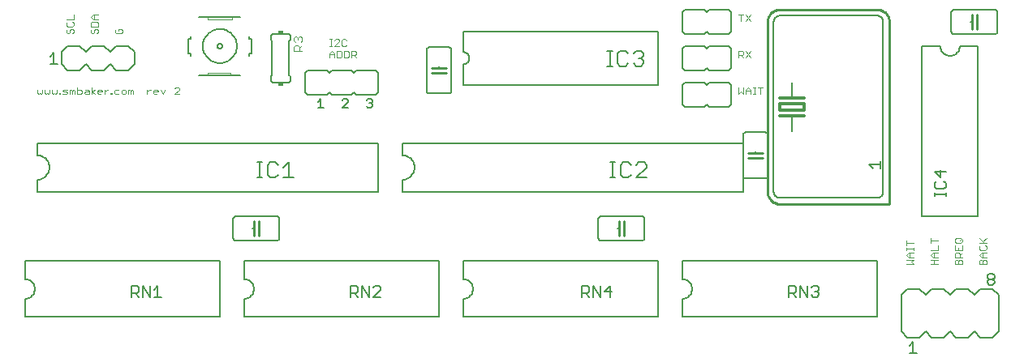
<source format=gto>
G75*
%MOIN*%
%OFA0B0*%
%FSLAX24Y24*%
%IPPOS*%
%LPD*%
%AMOC8*
5,1,8,0,0,1.08239X$1,22.5*
%
%ADD10C,0.0030*%
%ADD11C,0.0060*%
%ADD12C,0.0070*%
%ADD13C,0.0050*%
%ADD14C,0.0020*%
%ADD15C,0.0040*%
%ADD16R,0.0200X0.0150*%
%ADD17C,0.0100*%
%ADD18C,0.0120*%
D10*
X000743Y012195D02*
X000792Y012243D01*
X000840Y012195D01*
X000888Y012243D01*
X000888Y012388D01*
X000990Y012388D02*
X000990Y012243D01*
X001038Y012195D01*
X001086Y012243D01*
X001135Y012195D01*
X001183Y012243D01*
X001183Y012388D01*
X001284Y012388D02*
X001284Y012243D01*
X001333Y012195D01*
X001381Y012243D01*
X001429Y012195D01*
X001478Y012243D01*
X001478Y012388D01*
X001579Y012243D02*
X001627Y012243D01*
X001627Y012195D01*
X001579Y012195D01*
X001579Y012243D01*
X001726Y012195D02*
X001871Y012195D01*
X001920Y012243D01*
X001871Y012292D01*
X001775Y012292D01*
X001726Y012340D01*
X001775Y012388D01*
X001920Y012388D01*
X002021Y012388D02*
X002069Y012388D01*
X002118Y012340D01*
X002166Y012388D01*
X002214Y012340D01*
X002214Y012195D01*
X002118Y012195D02*
X002118Y012340D01*
X002021Y012388D02*
X002021Y012195D01*
X002316Y012195D02*
X002461Y012195D01*
X002509Y012243D01*
X002509Y012340D01*
X002461Y012388D01*
X002316Y012388D01*
X002316Y012485D02*
X002316Y012195D01*
X002610Y012243D02*
X002659Y012292D01*
X002804Y012292D01*
X002804Y012340D02*
X002804Y012195D01*
X002659Y012195D01*
X002610Y012243D01*
X002659Y012388D02*
X002755Y012388D01*
X002804Y012340D01*
X002905Y012292D02*
X003050Y012195D01*
X003150Y012243D02*
X003150Y012340D01*
X003199Y012388D01*
X003296Y012388D01*
X003344Y012340D01*
X003344Y012292D01*
X003150Y012292D01*
X003150Y012243D02*
X003199Y012195D01*
X003296Y012195D01*
X003445Y012195D02*
X003445Y012388D01*
X003445Y012292D02*
X003542Y012388D01*
X003590Y012388D01*
X003691Y012243D02*
X003739Y012243D01*
X003739Y012195D01*
X003691Y012195D01*
X003691Y012243D01*
X003838Y012243D02*
X003886Y012195D01*
X004031Y012195D01*
X004133Y012243D02*
X004133Y012340D01*
X004181Y012388D01*
X004278Y012388D01*
X004326Y012340D01*
X004326Y012243D01*
X004278Y012195D01*
X004181Y012195D01*
X004133Y012243D01*
X004031Y012388D02*
X003886Y012388D01*
X003838Y012340D01*
X003838Y012243D01*
X004427Y012195D02*
X004427Y012388D01*
X004476Y012388D01*
X004524Y012340D01*
X004572Y012388D01*
X004621Y012340D01*
X004621Y012195D01*
X004524Y012195D02*
X004524Y012340D01*
X005195Y012292D02*
X005292Y012388D01*
X005340Y012388D01*
X005441Y012340D02*
X005489Y012388D01*
X005586Y012388D01*
X005634Y012340D01*
X005634Y012292D01*
X005441Y012292D01*
X005441Y012340D02*
X005441Y012243D01*
X005489Y012195D01*
X005586Y012195D01*
X005735Y012388D02*
X005832Y012195D01*
X005929Y012388D01*
X006324Y012437D02*
X006373Y012485D01*
X006470Y012485D01*
X006518Y012437D01*
X006518Y012388D01*
X006324Y012195D01*
X006518Y012195D01*
X005195Y012195D02*
X005195Y012388D01*
X003050Y012388D02*
X002905Y012292D01*
X002905Y012195D02*
X002905Y012485D01*
X000743Y012195D02*
X000695Y012243D01*
X000695Y012388D01*
X001923Y014695D02*
X001972Y014695D01*
X002020Y014743D01*
X002020Y014840D01*
X002068Y014888D01*
X002117Y014888D01*
X002165Y014840D01*
X002165Y014743D01*
X002117Y014695D01*
X001923Y014695D02*
X001875Y014743D01*
X001875Y014840D01*
X001923Y014888D01*
X001923Y014990D02*
X002117Y014990D01*
X002165Y015038D01*
X002165Y015135D01*
X002117Y015183D01*
X002165Y015284D02*
X001875Y015284D01*
X001923Y015183D02*
X001875Y015135D01*
X001875Y015038D01*
X001923Y014990D01*
X002165Y015284D02*
X002165Y015478D01*
X002875Y015381D02*
X002972Y015284D01*
X003165Y015284D01*
X003117Y015183D02*
X002923Y015183D01*
X002875Y015135D01*
X002875Y014990D01*
X003165Y014990D01*
X003165Y015135D01*
X003117Y015183D01*
X003020Y015284D02*
X003020Y015478D01*
X002972Y015478D02*
X003165Y015478D01*
X002972Y015478D02*
X002875Y015381D01*
X002923Y014888D02*
X002875Y014840D01*
X002875Y014743D01*
X002923Y014695D01*
X002972Y014695D01*
X003020Y014743D01*
X003020Y014840D01*
X003068Y014888D01*
X003117Y014888D01*
X003165Y014840D01*
X003165Y014743D01*
X003117Y014695D01*
X003875Y014743D02*
X003923Y014695D01*
X004117Y014695D01*
X004165Y014743D01*
X004165Y014840D01*
X004117Y014888D01*
X004020Y014888D01*
X004020Y014792D01*
X003923Y014888D02*
X003875Y014840D01*
X003875Y014743D01*
X012695Y014465D02*
X012792Y014465D01*
X012743Y014465D02*
X012743Y014175D01*
X012695Y014175D02*
X012792Y014175D01*
X012891Y014175D02*
X013085Y014368D01*
X013085Y014417D01*
X013037Y014465D01*
X012940Y014465D01*
X012891Y014417D01*
X013186Y014417D02*
X013186Y014223D01*
X013234Y014175D01*
X013331Y014175D01*
X013380Y014223D01*
X013429Y013985D02*
X013284Y013985D01*
X013284Y013695D01*
X013429Y013695D01*
X013478Y013743D01*
X013478Y013937D01*
X013429Y013985D01*
X013579Y013985D02*
X013724Y013985D01*
X013772Y013937D01*
X013772Y013840D01*
X013724Y013792D01*
X013579Y013792D01*
X013676Y013792D02*
X013772Y013695D01*
X013579Y013695D02*
X013579Y013985D01*
X013183Y013937D02*
X013183Y013743D01*
X013135Y013695D01*
X012990Y013695D01*
X012990Y013985D01*
X013135Y013985D01*
X013183Y013937D01*
X013085Y014175D02*
X012891Y014175D01*
X012792Y013985D02*
X012888Y013888D01*
X012888Y013695D01*
X012888Y013840D02*
X012695Y013840D01*
X012695Y013888D02*
X012792Y013985D01*
X012695Y013888D02*
X012695Y013695D01*
X013186Y014417D02*
X013234Y014465D01*
X013331Y014465D01*
X013380Y014417D01*
X029495Y013985D02*
X029495Y013695D01*
X029495Y013792D02*
X029640Y013792D01*
X029688Y013840D01*
X029688Y013937D01*
X029640Y013985D01*
X029495Y013985D01*
X029592Y013792D02*
X029688Y013695D01*
X029790Y013695D02*
X029983Y013985D01*
X029790Y013985D02*
X029983Y013695D01*
X029886Y012485D02*
X029983Y012388D01*
X029983Y012195D01*
X030084Y012195D02*
X030181Y012195D01*
X030133Y012195D02*
X030133Y012485D01*
X030181Y012485D02*
X030084Y012485D01*
X029983Y012340D02*
X029790Y012340D01*
X029790Y012388D02*
X029886Y012485D01*
X029790Y012388D02*
X029790Y012195D01*
X029688Y012195D02*
X029688Y012485D01*
X029495Y012485D02*
X029495Y012195D01*
X029592Y012292D01*
X029688Y012195D01*
X030281Y012485D02*
X030474Y012485D01*
X030377Y012485D02*
X030377Y012195D01*
X029983Y015195D02*
X029790Y015485D01*
X029688Y015485D02*
X029495Y015485D01*
X029592Y015485D02*
X029592Y015195D01*
X029790Y015195D02*
X029983Y015485D01*
X037375Y006272D02*
X037375Y006079D01*
X037375Y006176D02*
X037665Y006176D01*
X037665Y005978D02*
X037665Y005784D01*
X037375Y005784D01*
X037472Y005683D02*
X037665Y005683D01*
X037520Y005683D02*
X037520Y005490D01*
X037472Y005490D02*
X037375Y005586D01*
X037472Y005683D01*
X037472Y005490D02*
X037665Y005490D01*
X037665Y005388D02*
X037375Y005388D01*
X037520Y005388D02*
X037520Y005195D01*
X037665Y005195D02*
X037375Y005195D01*
X036665Y005195D02*
X036568Y005292D01*
X036665Y005388D01*
X036375Y005388D01*
X036472Y005490D02*
X036375Y005586D01*
X036472Y005683D01*
X036665Y005683D01*
X036665Y005784D02*
X036665Y005881D01*
X036665Y005833D02*
X036375Y005833D01*
X036375Y005881D02*
X036375Y005784D01*
X036520Y005683D02*
X036520Y005490D01*
X036472Y005490D02*
X036665Y005490D01*
X036665Y005195D02*
X036375Y005195D01*
X038375Y005195D02*
X038375Y005340D01*
X038423Y005388D01*
X038472Y005388D01*
X038520Y005340D01*
X038520Y005195D01*
X038665Y005195D02*
X038665Y005340D01*
X038617Y005388D01*
X038568Y005388D01*
X038520Y005340D01*
X038568Y005490D02*
X038568Y005635D01*
X038520Y005683D01*
X038423Y005683D01*
X038375Y005635D01*
X038375Y005490D01*
X038665Y005490D01*
X038568Y005586D02*
X038665Y005683D01*
X038665Y005784D02*
X038375Y005784D01*
X038375Y005978D01*
X038423Y006079D02*
X038375Y006127D01*
X038375Y006224D01*
X038423Y006272D01*
X038617Y006272D01*
X038665Y006224D01*
X038665Y006127D01*
X038617Y006079D01*
X038423Y006079D01*
X038568Y006176D02*
X038665Y006272D01*
X038665Y005978D02*
X038665Y005784D01*
X038520Y005784D02*
X038520Y005881D01*
X039375Y005833D02*
X039423Y005784D01*
X039617Y005784D01*
X039665Y005833D01*
X039665Y005929D01*
X039617Y005978D01*
X039665Y006079D02*
X039375Y006079D01*
X039423Y005978D02*
X039375Y005929D01*
X039375Y005833D01*
X039472Y005683D02*
X039665Y005683D01*
X039520Y005683D02*
X039520Y005490D01*
X039472Y005490D02*
X039375Y005586D01*
X039472Y005683D01*
X039472Y005490D02*
X039665Y005490D01*
X039617Y005388D02*
X039665Y005340D01*
X039665Y005195D01*
X039375Y005195D01*
X039375Y005340D01*
X039423Y005388D01*
X039472Y005388D01*
X039520Y005340D01*
X039520Y005195D01*
X039520Y005340D02*
X039568Y005388D01*
X039617Y005388D01*
X038665Y005195D02*
X038375Y005195D01*
X036375Y005981D02*
X036375Y006174D01*
X036375Y006077D02*
X036665Y006077D01*
X039375Y006272D02*
X039568Y006079D01*
X039520Y006127D02*
X039665Y006272D01*
D11*
X000180Y003780D02*
X000180Y003030D01*
X008180Y003030D01*
X008180Y005330D01*
X000180Y005330D01*
X000180Y004580D01*
X000219Y004578D01*
X000258Y004572D01*
X000296Y004563D01*
X000333Y004550D01*
X000369Y004533D01*
X000402Y004513D01*
X000434Y004489D01*
X000463Y004463D01*
X000489Y004434D01*
X000513Y004402D01*
X000533Y004369D01*
X000550Y004333D01*
X000563Y004296D01*
X000572Y004258D01*
X000578Y004219D01*
X000580Y004180D01*
X000578Y004141D01*
X000572Y004102D01*
X000563Y004064D01*
X000550Y004027D01*
X000533Y003991D01*
X000513Y003958D01*
X000489Y003926D01*
X000463Y003897D01*
X000434Y003871D01*
X000402Y003847D01*
X000369Y003827D01*
X000333Y003810D01*
X000296Y003797D01*
X000258Y003788D01*
X000219Y003782D01*
X000180Y003780D01*
X008730Y006280D02*
X008730Y007080D01*
X008732Y007097D01*
X008736Y007114D01*
X008743Y007130D01*
X008753Y007144D01*
X008766Y007157D01*
X008780Y007167D01*
X008796Y007174D01*
X008813Y007178D01*
X008830Y007180D01*
X010530Y007180D01*
X010547Y007178D01*
X010564Y007174D01*
X010580Y007167D01*
X010594Y007157D01*
X010607Y007144D01*
X010617Y007130D01*
X010624Y007114D01*
X010628Y007097D01*
X010630Y007080D01*
X010630Y006280D01*
X010628Y006263D01*
X010624Y006246D01*
X010617Y006230D01*
X010607Y006216D01*
X010594Y006203D01*
X010580Y006193D01*
X010564Y006186D01*
X010547Y006182D01*
X010530Y006180D01*
X008830Y006180D01*
X008813Y006182D01*
X008796Y006186D01*
X008780Y006193D01*
X008766Y006203D01*
X008753Y006216D01*
X008743Y006230D01*
X008736Y006246D01*
X008732Y006263D01*
X008730Y006280D01*
X009530Y006680D02*
X009580Y006680D01*
X009780Y006680D02*
X009830Y006680D01*
X009180Y005330D02*
X009180Y004580D01*
X009219Y004578D01*
X009258Y004572D01*
X009296Y004563D01*
X009333Y004550D01*
X009369Y004533D01*
X009402Y004513D01*
X009434Y004489D01*
X009463Y004463D01*
X009489Y004434D01*
X009513Y004402D01*
X009533Y004369D01*
X009550Y004333D01*
X009563Y004296D01*
X009572Y004258D01*
X009578Y004219D01*
X009580Y004180D01*
X009578Y004141D01*
X009572Y004102D01*
X009563Y004064D01*
X009550Y004027D01*
X009533Y003991D01*
X009513Y003958D01*
X009489Y003926D01*
X009463Y003897D01*
X009434Y003871D01*
X009402Y003847D01*
X009369Y003827D01*
X009333Y003810D01*
X009296Y003797D01*
X009258Y003788D01*
X009219Y003782D01*
X009180Y003780D01*
X009180Y003030D01*
X017180Y003030D01*
X017180Y005330D01*
X009180Y005330D01*
X014680Y008180D02*
X000730Y008180D01*
X000680Y008180D02*
X000680Y008680D01*
X000724Y008682D01*
X000767Y008688D01*
X000809Y008697D01*
X000851Y008710D01*
X000891Y008727D01*
X000930Y008747D01*
X000967Y008770D01*
X001001Y008797D01*
X001034Y008826D01*
X001063Y008859D01*
X001090Y008893D01*
X001113Y008930D01*
X001133Y008969D01*
X001150Y009009D01*
X001163Y009051D01*
X001172Y009093D01*
X001178Y009136D01*
X001180Y009180D01*
X001178Y009224D01*
X001172Y009267D01*
X001163Y009309D01*
X001150Y009351D01*
X001133Y009391D01*
X001113Y009430D01*
X001090Y009467D01*
X001063Y009501D01*
X001034Y009534D01*
X001001Y009563D01*
X000967Y009590D01*
X000930Y009613D01*
X000891Y009633D01*
X000851Y009650D01*
X000809Y009663D01*
X000767Y009672D01*
X000724Y009678D01*
X000680Y009680D01*
X000680Y010180D01*
X014680Y010180D01*
X014680Y008180D01*
X015680Y008180D02*
X015680Y008680D01*
X015724Y008682D01*
X015767Y008688D01*
X015809Y008697D01*
X015851Y008710D01*
X015891Y008727D01*
X015930Y008747D01*
X015967Y008770D01*
X016001Y008797D01*
X016034Y008826D01*
X016063Y008859D01*
X016090Y008893D01*
X016113Y008930D01*
X016133Y008969D01*
X016150Y009009D01*
X016163Y009051D01*
X016172Y009093D01*
X016178Y009136D01*
X016180Y009180D01*
X016178Y009224D01*
X016172Y009267D01*
X016163Y009309D01*
X016150Y009351D01*
X016133Y009391D01*
X016113Y009430D01*
X016090Y009467D01*
X016063Y009501D01*
X016034Y009534D01*
X016001Y009563D01*
X015967Y009590D01*
X015930Y009613D01*
X015891Y009633D01*
X015851Y009650D01*
X015809Y009663D01*
X015767Y009672D01*
X015724Y009678D01*
X015680Y009680D01*
X015680Y010180D01*
X029680Y010180D01*
X029680Y008180D01*
X015730Y008180D01*
X018180Y005330D02*
X018180Y004580D01*
X018219Y004578D01*
X018258Y004572D01*
X018296Y004563D01*
X018333Y004550D01*
X018369Y004533D01*
X018402Y004513D01*
X018434Y004489D01*
X018463Y004463D01*
X018489Y004434D01*
X018513Y004402D01*
X018533Y004369D01*
X018550Y004333D01*
X018563Y004296D01*
X018572Y004258D01*
X018578Y004219D01*
X018580Y004180D01*
X018578Y004141D01*
X018572Y004102D01*
X018563Y004064D01*
X018550Y004027D01*
X018533Y003991D01*
X018513Y003958D01*
X018489Y003926D01*
X018463Y003897D01*
X018434Y003871D01*
X018402Y003847D01*
X018369Y003827D01*
X018333Y003810D01*
X018296Y003797D01*
X018258Y003788D01*
X018219Y003782D01*
X018180Y003780D01*
X018180Y003030D01*
X026180Y003030D01*
X026180Y005330D01*
X018180Y005330D01*
X023730Y006280D02*
X023730Y007080D01*
X023732Y007097D01*
X023736Y007114D01*
X023743Y007130D01*
X023753Y007144D01*
X023766Y007157D01*
X023780Y007167D01*
X023796Y007174D01*
X023813Y007178D01*
X023830Y007180D01*
X025530Y007180D01*
X025547Y007178D01*
X025564Y007174D01*
X025580Y007167D01*
X025594Y007157D01*
X025607Y007144D01*
X025617Y007130D01*
X025624Y007114D01*
X025628Y007097D01*
X025630Y007080D01*
X025630Y006280D01*
X025628Y006263D01*
X025624Y006246D01*
X025617Y006230D01*
X025607Y006216D01*
X025594Y006203D01*
X025580Y006193D01*
X025564Y006186D01*
X025547Y006182D01*
X025530Y006180D01*
X023830Y006180D01*
X023813Y006182D01*
X023796Y006186D01*
X023780Y006193D01*
X023766Y006203D01*
X023753Y006216D01*
X023743Y006230D01*
X023736Y006246D01*
X023732Y006263D01*
X023730Y006280D01*
X024530Y006680D02*
X024580Y006680D01*
X024780Y006680D02*
X024830Y006680D01*
X027180Y005330D02*
X027180Y004580D01*
X027219Y004578D01*
X027258Y004572D01*
X027296Y004563D01*
X027333Y004550D01*
X027369Y004533D01*
X027402Y004513D01*
X027434Y004489D01*
X027463Y004463D01*
X027489Y004434D01*
X027513Y004402D01*
X027533Y004369D01*
X027550Y004333D01*
X027563Y004296D01*
X027572Y004258D01*
X027578Y004219D01*
X027580Y004180D01*
X027578Y004141D01*
X027572Y004102D01*
X027563Y004064D01*
X027550Y004027D01*
X027533Y003991D01*
X027513Y003958D01*
X027489Y003926D01*
X027463Y003897D01*
X027434Y003871D01*
X027402Y003847D01*
X027369Y003827D01*
X027333Y003810D01*
X027296Y003797D01*
X027258Y003788D01*
X027219Y003782D01*
X027180Y003780D01*
X027180Y003030D01*
X035180Y003030D01*
X035180Y005330D01*
X027180Y005330D01*
X031180Y007930D02*
X035180Y007930D01*
X035210Y007932D01*
X035240Y007937D01*
X035269Y007946D01*
X035296Y007959D01*
X035322Y007974D01*
X035346Y007993D01*
X035367Y008014D01*
X035386Y008038D01*
X035401Y008064D01*
X035414Y008091D01*
X035423Y008120D01*
X035428Y008150D01*
X035430Y008180D01*
X035430Y015180D01*
X035428Y015210D01*
X035423Y015240D01*
X035414Y015269D01*
X035401Y015296D01*
X035386Y015322D01*
X035367Y015346D01*
X035346Y015367D01*
X035322Y015386D01*
X035296Y015401D01*
X035269Y015414D01*
X035240Y015423D01*
X035210Y015428D01*
X035180Y015430D01*
X031180Y015430D01*
X031150Y015428D01*
X031120Y015423D01*
X031091Y015414D01*
X031064Y015401D01*
X031038Y015386D01*
X031014Y015367D01*
X030993Y015346D01*
X030974Y015322D01*
X030959Y015296D01*
X030946Y015269D01*
X030937Y015240D01*
X030932Y015210D01*
X030930Y015180D01*
X030930Y008180D01*
X030932Y008150D01*
X030937Y008120D01*
X030946Y008091D01*
X030959Y008064D01*
X030974Y008038D01*
X030993Y008014D01*
X031014Y007993D01*
X031038Y007974D01*
X031064Y007959D01*
X031091Y007946D01*
X031120Y007937D01*
X031150Y007932D01*
X031180Y007930D01*
X030580Y008730D02*
X029780Y008730D01*
X029763Y008732D01*
X029746Y008736D01*
X029730Y008743D01*
X029716Y008753D01*
X029703Y008766D01*
X029693Y008780D01*
X029686Y008796D01*
X029682Y008813D01*
X029680Y008830D01*
X029680Y010530D01*
X029682Y010547D01*
X029686Y010564D01*
X029693Y010580D01*
X029703Y010594D01*
X029716Y010607D01*
X029730Y010617D01*
X029746Y010624D01*
X029763Y010628D01*
X029780Y010630D01*
X030580Y010630D01*
X030597Y010628D01*
X030614Y010624D01*
X030630Y010617D01*
X030644Y010607D01*
X030657Y010594D01*
X030667Y010580D01*
X030674Y010564D01*
X030678Y010547D01*
X030680Y010530D01*
X030680Y008830D01*
X030678Y008813D01*
X030674Y008796D01*
X030667Y008780D01*
X030657Y008766D01*
X030644Y008753D01*
X030630Y008743D01*
X030614Y008736D01*
X030597Y008732D01*
X030580Y008730D01*
X030180Y009530D02*
X030180Y009580D01*
X030180Y009780D02*
X030180Y009830D01*
X031680Y010680D02*
X031680Y011310D01*
X031680Y012050D02*
X031680Y012680D01*
X029180Y012580D02*
X029180Y011780D01*
X029080Y011680D01*
X028280Y011680D01*
X028180Y011780D01*
X028080Y011680D01*
X027280Y011680D01*
X027180Y011780D01*
X027180Y012580D01*
X027280Y012680D01*
X028080Y012680D01*
X028180Y012580D01*
X028280Y012680D01*
X029080Y012680D01*
X029180Y012580D01*
X029080Y013180D02*
X028280Y013180D01*
X028180Y013280D01*
X028080Y013180D01*
X027280Y013180D01*
X027180Y013280D01*
X027180Y014080D01*
X027280Y014180D01*
X028080Y014180D01*
X028180Y014080D01*
X028280Y014180D01*
X029080Y014180D01*
X029180Y014080D01*
X029180Y013280D01*
X029080Y013180D01*
X026180Y012580D02*
X026180Y014780D01*
X018180Y014780D01*
X018180Y013930D01*
X017680Y014030D02*
X017680Y012330D01*
X017678Y012313D01*
X017674Y012296D01*
X017667Y012280D01*
X017657Y012266D01*
X017644Y012253D01*
X017630Y012243D01*
X017614Y012236D01*
X017597Y012232D01*
X017580Y012230D01*
X016780Y012230D01*
X016763Y012232D01*
X016746Y012236D01*
X016730Y012243D01*
X016716Y012253D01*
X016703Y012266D01*
X016693Y012280D01*
X016686Y012296D01*
X016682Y012313D01*
X016680Y012330D01*
X016680Y014030D01*
X016682Y014047D01*
X016686Y014064D01*
X016693Y014080D01*
X016703Y014094D01*
X016716Y014107D01*
X016730Y014117D01*
X016746Y014124D01*
X016763Y014128D01*
X016780Y014130D01*
X017580Y014130D01*
X017597Y014128D01*
X017614Y014124D01*
X017630Y014117D01*
X017644Y014107D01*
X017657Y014094D01*
X017667Y014080D01*
X017674Y014064D01*
X017678Y014047D01*
X017680Y014030D01*
X018180Y013930D02*
X018210Y013928D01*
X018240Y013923D01*
X018269Y013914D01*
X018296Y013901D01*
X018322Y013886D01*
X018346Y013867D01*
X018367Y013846D01*
X018386Y013822D01*
X018401Y013796D01*
X018414Y013769D01*
X018423Y013740D01*
X018428Y013710D01*
X018430Y013680D01*
X018428Y013650D01*
X018423Y013620D01*
X018414Y013591D01*
X018401Y013564D01*
X018386Y013538D01*
X018367Y013514D01*
X018346Y013493D01*
X018322Y013474D01*
X018296Y013459D01*
X018269Y013446D01*
X018240Y013437D01*
X018210Y013432D01*
X018180Y013430D01*
X018180Y012580D01*
X026180Y012580D01*
X027280Y014680D02*
X027180Y014780D01*
X027180Y015580D01*
X027280Y015680D01*
X028080Y015680D01*
X028180Y015580D01*
X028280Y015680D01*
X029080Y015680D01*
X029180Y015580D01*
X029180Y014780D01*
X029080Y014680D01*
X028280Y014680D01*
X028180Y014780D01*
X028080Y014680D01*
X027280Y014680D01*
X037030Y014180D02*
X037780Y014180D01*
X037782Y014141D01*
X037788Y014102D01*
X037797Y014064D01*
X037810Y014027D01*
X037827Y013991D01*
X037847Y013958D01*
X037871Y013926D01*
X037897Y013897D01*
X037926Y013871D01*
X037958Y013847D01*
X037991Y013827D01*
X038027Y013810D01*
X038064Y013797D01*
X038102Y013788D01*
X038141Y013782D01*
X038180Y013780D01*
X038219Y013782D01*
X038258Y013788D01*
X038296Y013797D01*
X038333Y013810D01*
X038369Y013827D01*
X038402Y013847D01*
X038434Y013871D01*
X038463Y013897D01*
X038489Y013926D01*
X038513Y013958D01*
X038533Y013991D01*
X038550Y014027D01*
X038563Y014064D01*
X038572Y014102D01*
X038578Y014141D01*
X038580Y014180D01*
X039330Y014180D01*
X039330Y007180D01*
X037030Y007180D01*
X037030Y014180D01*
X038330Y014680D02*
X040030Y014680D01*
X040047Y014682D01*
X040064Y014686D01*
X040080Y014693D01*
X040094Y014703D01*
X040107Y014716D01*
X040117Y014730D01*
X040124Y014746D01*
X040128Y014763D01*
X040130Y014780D01*
X040130Y015580D01*
X040128Y015597D01*
X040124Y015614D01*
X040117Y015630D01*
X040107Y015644D01*
X040094Y015657D01*
X040080Y015667D01*
X040064Y015674D01*
X040047Y015678D01*
X040030Y015680D01*
X038330Y015680D01*
X038313Y015678D01*
X038296Y015674D01*
X038280Y015667D01*
X038266Y015657D01*
X038253Y015644D01*
X038243Y015630D01*
X038236Y015614D01*
X038232Y015597D01*
X038230Y015580D01*
X038230Y014780D01*
X038232Y014763D01*
X038236Y014746D01*
X038243Y014730D01*
X038253Y014716D01*
X038266Y014703D01*
X038280Y014693D01*
X038296Y014686D01*
X038313Y014682D01*
X038330Y014680D01*
X039030Y015180D02*
X039080Y015180D01*
X039280Y015180D02*
X039330Y015180D01*
X017180Y013330D02*
X017180Y013280D01*
X017180Y013080D02*
X017180Y013030D01*
X014680Y013080D02*
X014680Y012280D01*
X014580Y012180D01*
X013780Y012180D01*
X013680Y012280D01*
X013580Y012180D01*
X012780Y012180D01*
X012680Y012280D01*
X012580Y012180D01*
X011780Y012180D01*
X011680Y012280D01*
X011680Y013080D01*
X011780Y013180D01*
X012580Y013180D01*
X012680Y013080D01*
X012780Y013180D01*
X013580Y013180D01*
X013680Y013080D01*
X013780Y013180D01*
X014580Y013180D01*
X014680Y013080D01*
X011080Y012930D02*
X011080Y012780D01*
X011078Y012763D01*
X011074Y012746D01*
X011067Y012730D01*
X011057Y012716D01*
X011044Y012703D01*
X011030Y012693D01*
X011014Y012686D01*
X010997Y012682D01*
X010980Y012680D01*
X010380Y012680D01*
X010363Y012682D01*
X010346Y012686D01*
X010330Y012693D01*
X010316Y012703D01*
X010303Y012716D01*
X010293Y012730D01*
X010286Y012746D01*
X010282Y012763D01*
X010280Y012780D01*
X010280Y012930D01*
X010330Y012980D01*
X010330Y014380D01*
X010280Y014430D01*
X010280Y014580D01*
X010282Y014597D01*
X010286Y014614D01*
X010293Y014630D01*
X010303Y014644D01*
X010316Y014657D01*
X010330Y014667D01*
X010346Y014674D01*
X010363Y014678D01*
X010380Y014680D01*
X010980Y014680D01*
X010997Y014678D01*
X011014Y014674D01*
X011030Y014667D01*
X011044Y014657D01*
X011057Y014644D01*
X011067Y014630D01*
X011074Y014614D01*
X011078Y014597D01*
X011080Y014580D01*
X011080Y014430D01*
X011030Y014380D01*
X011030Y012980D01*
X011080Y012930D01*
X009480Y013880D02*
X009380Y013880D01*
X009380Y013780D01*
X009480Y013880D02*
X009480Y014480D01*
X009380Y014480D01*
X009380Y014580D01*
X008080Y014180D02*
X008082Y014200D01*
X008088Y014218D01*
X008097Y014236D01*
X008109Y014251D01*
X008124Y014263D01*
X008142Y014272D01*
X008160Y014278D01*
X008180Y014280D01*
X008200Y014278D01*
X008218Y014272D01*
X008236Y014263D01*
X008251Y014251D01*
X008263Y014236D01*
X008272Y014218D01*
X008278Y014200D01*
X008280Y014180D01*
X008278Y014160D01*
X008272Y014142D01*
X008263Y014124D01*
X008251Y014109D01*
X008236Y014097D01*
X008218Y014088D01*
X008200Y014082D01*
X008180Y014080D01*
X008160Y014082D01*
X008142Y014088D01*
X008124Y014097D01*
X008109Y014109D01*
X008097Y014124D01*
X008088Y014142D01*
X008082Y014160D01*
X008080Y014180D01*
X007480Y014180D02*
X007482Y014232D01*
X007488Y014284D01*
X007498Y014336D01*
X007511Y014386D01*
X007528Y014436D01*
X007549Y014484D01*
X007574Y014530D01*
X007602Y014574D01*
X007633Y014616D01*
X007667Y014656D01*
X007704Y014693D01*
X007744Y014727D01*
X007786Y014758D01*
X007830Y014786D01*
X007876Y014811D01*
X007924Y014832D01*
X007974Y014849D01*
X008024Y014862D01*
X008076Y014872D01*
X008128Y014878D01*
X008180Y014880D01*
X008232Y014878D01*
X008284Y014872D01*
X008336Y014862D01*
X008386Y014849D01*
X008436Y014832D01*
X008484Y014811D01*
X008530Y014786D01*
X008574Y014758D01*
X008616Y014727D01*
X008656Y014693D01*
X008693Y014656D01*
X008727Y014616D01*
X008758Y014574D01*
X008786Y014530D01*
X008811Y014484D01*
X008832Y014436D01*
X008849Y014386D01*
X008862Y014336D01*
X008872Y014284D01*
X008878Y014232D01*
X008880Y014180D01*
X008878Y014128D01*
X008872Y014076D01*
X008862Y014024D01*
X008849Y013974D01*
X008832Y013924D01*
X008811Y013876D01*
X008786Y013830D01*
X008758Y013786D01*
X008727Y013744D01*
X008693Y013704D01*
X008656Y013667D01*
X008616Y013633D01*
X008574Y013602D01*
X008530Y013574D01*
X008484Y013549D01*
X008436Y013528D01*
X008386Y013511D01*
X008336Y013498D01*
X008284Y013488D01*
X008232Y013482D01*
X008180Y013480D01*
X008128Y013482D01*
X008076Y013488D01*
X008024Y013498D01*
X007974Y013511D01*
X007924Y013528D01*
X007876Y013549D01*
X007830Y013574D01*
X007786Y013602D01*
X007744Y013633D01*
X007704Y013667D01*
X007667Y013704D01*
X007633Y013744D01*
X007602Y013786D01*
X007574Y013830D01*
X007549Y013876D01*
X007528Y013924D01*
X007511Y013974D01*
X007498Y014024D01*
X007488Y014076D01*
X007482Y014128D01*
X007480Y014180D01*
X006980Y013880D02*
X006880Y013880D01*
X006880Y014480D01*
X006980Y014480D01*
X006980Y014580D01*
X006980Y013880D02*
X006980Y013780D01*
X007330Y012980D02*
X007680Y012980D01*
X008630Y012980D01*
X009030Y012980D01*
X004680Y013430D02*
X004680Y013930D01*
X004430Y014180D01*
X003930Y014180D01*
X003680Y013930D01*
X003430Y014180D01*
X002930Y014180D01*
X002680Y013930D01*
X002430Y014180D01*
X001930Y014180D01*
X001680Y013930D01*
X001680Y013430D01*
X001930Y013180D01*
X002430Y013180D01*
X002680Y013430D01*
X002930Y013180D01*
X003430Y013180D01*
X003680Y013430D01*
X003930Y013180D01*
X004430Y013180D01*
X004680Y013430D01*
X007330Y015380D02*
X007680Y015380D01*
X008680Y015380D01*
X009030Y015380D01*
X036180Y003930D02*
X036430Y004180D01*
X036930Y004180D01*
X037180Y003930D01*
X037430Y004180D01*
X037930Y004180D01*
X038180Y003930D01*
X038430Y004180D01*
X038930Y004180D01*
X039180Y003930D01*
X039430Y004180D01*
X039930Y004180D01*
X040180Y003930D01*
X040180Y002430D01*
X039930Y002180D01*
X039430Y002180D01*
X039180Y002430D01*
X038930Y002180D01*
X038430Y002180D01*
X038180Y002430D01*
X037930Y002180D01*
X037430Y002180D01*
X037180Y002430D01*
X036930Y002180D01*
X036430Y002180D01*
X036180Y002430D01*
X036180Y003930D01*
D12*
X025710Y008765D02*
X025289Y008765D01*
X025710Y009185D01*
X025710Y009290D01*
X025605Y009396D01*
X025394Y009396D01*
X025289Y009290D01*
X025065Y009290D02*
X024960Y009396D01*
X024750Y009396D01*
X024645Y009290D01*
X024645Y008870D01*
X024750Y008765D01*
X024960Y008765D01*
X025065Y008870D01*
X024425Y008765D02*
X024215Y008765D01*
X024320Y008765D02*
X024320Y009396D01*
X024215Y009396D02*
X024425Y009396D01*
X024306Y013355D02*
X024096Y013355D01*
X024201Y013355D02*
X024201Y013986D01*
X024096Y013986D02*
X024306Y013986D01*
X024526Y013880D02*
X024526Y013460D01*
X024631Y013355D01*
X024841Y013355D01*
X024946Y013460D01*
X025170Y013460D02*
X025276Y013355D01*
X025486Y013355D01*
X025591Y013460D01*
X025591Y013565D01*
X025486Y013670D01*
X025381Y013670D01*
X025486Y013670D02*
X025591Y013775D01*
X025591Y013880D01*
X025486Y013986D01*
X025276Y013986D01*
X025170Y013880D01*
X024946Y013880D02*
X024841Y013986D01*
X024631Y013986D01*
X024526Y013880D01*
X011210Y008765D02*
X010789Y008765D01*
X010999Y008765D02*
X010999Y009396D01*
X010789Y009185D01*
X010565Y009290D02*
X010460Y009396D01*
X010250Y009396D01*
X010145Y009290D01*
X010145Y008870D01*
X010250Y008765D01*
X010460Y008765D01*
X010565Y008870D01*
X009925Y008765D02*
X009715Y008765D01*
X009820Y008765D02*
X009820Y009396D01*
X009715Y009396D02*
X009925Y009396D01*
D13*
X012205Y011655D02*
X012432Y011655D01*
X012318Y011655D02*
X012318Y011995D01*
X012205Y011882D01*
X013205Y011939D02*
X013262Y011995D01*
X013375Y011995D01*
X013432Y011939D01*
X013432Y011882D01*
X013205Y011655D01*
X013432Y011655D01*
X014205Y011712D02*
X014262Y011655D01*
X014375Y011655D01*
X014432Y011712D01*
X014432Y011768D01*
X014375Y011825D01*
X014318Y011825D01*
X014375Y011825D02*
X014432Y011882D01*
X014432Y011939D01*
X014375Y011995D01*
X014262Y011995D01*
X014205Y011939D01*
X001505Y013455D02*
X001205Y013455D01*
X001355Y013455D02*
X001355Y013905D01*
X001205Y013755D01*
X004555Y004305D02*
X004780Y004305D01*
X004855Y004230D01*
X004855Y004080D01*
X004780Y004005D01*
X004555Y004005D01*
X004555Y003855D02*
X004555Y004305D01*
X005015Y004305D02*
X005316Y003855D01*
X005316Y004305D01*
X005476Y004155D02*
X005626Y004305D01*
X005626Y003855D01*
X005476Y003855D02*
X005776Y003855D01*
X005015Y003855D02*
X005015Y004305D01*
X004705Y004005D02*
X004855Y003855D01*
X013555Y003855D02*
X013555Y004305D01*
X013780Y004305D01*
X013855Y004230D01*
X013855Y004080D01*
X013780Y004005D01*
X013555Y004005D01*
X013705Y004005D02*
X013855Y003855D01*
X014015Y003855D02*
X014015Y004305D01*
X014316Y003855D01*
X014316Y004305D01*
X014476Y004230D02*
X014551Y004305D01*
X014701Y004305D01*
X014776Y004230D01*
X014776Y004155D01*
X014476Y003855D01*
X014776Y003855D01*
X023055Y003855D02*
X023055Y004305D01*
X023280Y004305D01*
X023355Y004230D01*
X023355Y004080D01*
X023280Y004005D01*
X023055Y004005D01*
X023205Y004005D02*
X023355Y003855D01*
X023515Y003855D02*
X023515Y004305D01*
X023816Y003855D01*
X023816Y004305D01*
X023976Y004080D02*
X024201Y004305D01*
X024201Y003855D01*
X024276Y004080D02*
X023976Y004080D01*
X031555Y004005D02*
X031780Y004005D01*
X031855Y004080D01*
X031855Y004230D01*
X031780Y004305D01*
X031555Y004305D01*
X031555Y003855D01*
X031705Y004005D02*
X031855Y003855D01*
X032015Y003855D02*
X032015Y004305D01*
X032316Y003855D01*
X032316Y004305D01*
X032476Y004230D02*
X032551Y004305D01*
X032701Y004305D01*
X032776Y004230D01*
X032776Y004155D01*
X032701Y004080D01*
X032776Y004005D01*
X032776Y003930D01*
X032701Y003855D01*
X032551Y003855D01*
X032476Y003930D01*
X032626Y004080D02*
X032701Y004080D01*
X036505Y001855D02*
X036655Y002005D01*
X036655Y001555D01*
X036505Y001555D02*
X036805Y001555D01*
X039705Y004430D02*
X039780Y004355D01*
X039930Y004355D01*
X040005Y004430D01*
X040005Y004505D01*
X039930Y004580D01*
X039780Y004580D01*
X039705Y004655D01*
X039705Y004730D01*
X039780Y004805D01*
X039930Y004805D01*
X040005Y004730D01*
X040005Y004655D01*
X039930Y004580D01*
X039780Y004580D02*
X039705Y004505D01*
X039705Y004430D01*
X038005Y008005D02*
X038005Y008155D01*
X038005Y008080D02*
X037555Y008080D01*
X037555Y008005D02*
X037555Y008155D01*
X037630Y008312D02*
X037930Y008312D01*
X038005Y008387D01*
X038005Y008537D01*
X037930Y008612D01*
X037780Y008772D02*
X037780Y009073D01*
X038005Y008998D02*
X037555Y008998D01*
X037780Y008772D01*
X037630Y008612D02*
X037555Y008537D01*
X037555Y008387D01*
X037630Y008312D01*
X035305Y009155D02*
X035305Y009455D01*
X035305Y009305D02*
X034855Y009305D01*
X035005Y009155D01*
D14*
X008630Y012980D02*
X008630Y013080D01*
X007680Y013080D01*
X007680Y012980D01*
X007680Y015280D02*
X008680Y015280D01*
X008680Y015380D01*
X007680Y015380D02*
X007680Y015280D01*
D15*
X011210Y014516D02*
X011268Y014574D01*
X011326Y014574D01*
X011385Y014516D01*
X011443Y014574D01*
X011502Y014574D01*
X011560Y014516D01*
X011560Y014399D01*
X011502Y014341D01*
X011560Y014215D02*
X011443Y014099D01*
X011443Y014157D02*
X011443Y013982D01*
X011560Y013982D02*
X011210Y013982D01*
X011210Y014157D01*
X011268Y014215D01*
X011385Y014215D01*
X011443Y014157D01*
X011268Y014341D02*
X011210Y014399D01*
X011210Y014516D01*
X011385Y014516D02*
X011385Y014458D01*
D16*
X010680Y014755D03*
X010680Y012605D03*
D17*
X016880Y013080D02*
X017180Y013080D01*
X017480Y013080D01*
X017480Y013280D02*
X017180Y013280D01*
X016880Y013280D01*
X029880Y009780D02*
X030180Y009780D01*
X030480Y009780D01*
X030480Y009580D02*
X030180Y009580D01*
X029880Y009580D01*
X030680Y008180D02*
X030680Y015180D01*
X030682Y015224D01*
X030688Y015267D01*
X030697Y015309D01*
X030710Y015351D01*
X030727Y015391D01*
X030747Y015430D01*
X030770Y015467D01*
X030797Y015501D01*
X030826Y015534D01*
X030859Y015563D01*
X030893Y015590D01*
X030930Y015613D01*
X030969Y015633D01*
X031009Y015650D01*
X031051Y015663D01*
X031093Y015672D01*
X031136Y015678D01*
X031180Y015680D01*
X035180Y015680D01*
X035224Y015678D01*
X035267Y015672D01*
X035309Y015663D01*
X035351Y015650D01*
X035391Y015633D01*
X035430Y015613D01*
X035467Y015590D01*
X035501Y015563D01*
X035534Y015534D01*
X035563Y015501D01*
X035590Y015467D01*
X035613Y015430D01*
X035633Y015391D01*
X035650Y015351D01*
X035663Y015309D01*
X035672Y015267D01*
X035678Y015224D01*
X035680Y015180D01*
X035680Y007680D01*
X031180Y007680D01*
X031136Y007682D01*
X031093Y007688D01*
X031051Y007697D01*
X031009Y007710D01*
X030969Y007727D01*
X030930Y007747D01*
X030893Y007770D01*
X030859Y007797D01*
X030826Y007826D01*
X030797Y007859D01*
X030770Y007893D01*
X030747Y007930D01*
X030727Y007969D01*
X030710Y008009D01*
X030697Y008051D01*
X030688Y008093D01*
X030682Y008136D01*
X030680Y008180D01*
X024780Y006980D02*
X024780Y006680D01*
X024780Y006380D01*
X024580Y006380D02*
X024580Y006680D01*
X024580Y006980D01*
X009780Y006980D02*
X009780Y006680D01*
X009780Y006380D01*
X009580Y006380D02*
X009580Y006680D01*
X009580Y006980D01*
X039080Y014880D02*
X039080Y015180D01*
X039080Y015480D01*
X039280Y015480D02*
X039280Y015180D01*
X039280Y014880D01*
D18*
X032180Y012050D02*
X031680Y012050D01*
X031180Y012050D01*
X031180Y011800D02*
X031180Y011550D01*
X032180Y011550D01*
X032180Y011800D01*
X031180Y011800D01*
X031180Y011310D02*
X031680Y011310D01*
X032180Y011310D01*
M02*

</source>
